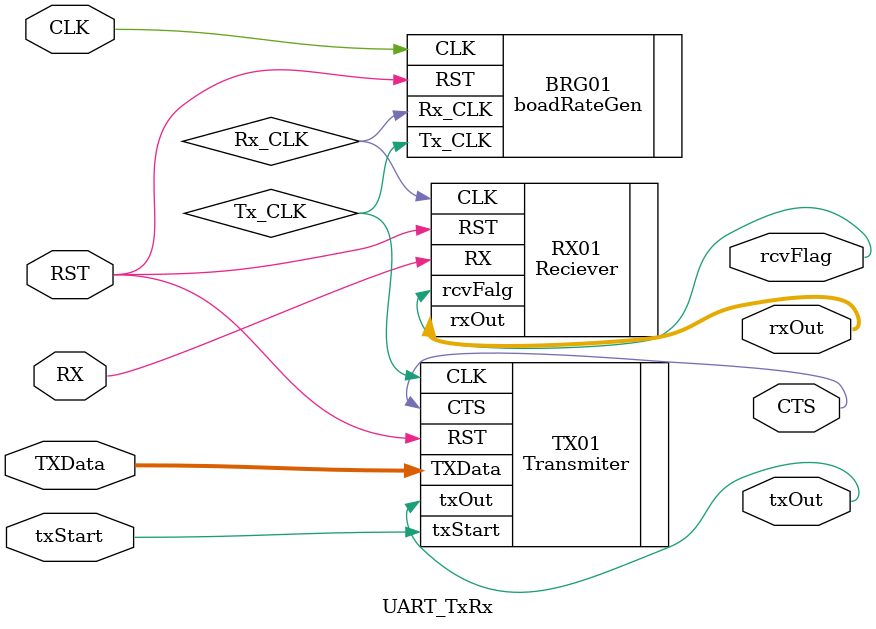
<source format=v>
`timescale 1ns / 1ps


module UART_TxRx #(parameter SYSCLK = 10000000, BAUD = 115200, OSR = 16)
                  (input  CLK, RX, RST,txStart,
                   input  [7 : 0]TXData,
                   output txOut,rcvFlag,CTS,
                   output [7 : 0]rxOut);   
                   
    wire Rx_CLK,Tx_CLK;
    boadRateGen #( .BAUD(9600), .OSR(16)) BRG01 (.CLK(CLK), .RST(RST), .Rx_CLK(Rx_CLK),.Tx_CLK(Tx_CLK));

    Reciever #(.OSR(OSR)) RX01 (.CLK(Rx_CLK),.RST(RST), .RX(RX)  , .rcvFalg(rcvFlag), .rxOut(rxOut));
    Transmiter TX01 (.CLK(Tx_CLK),.RST(RST), .CTS(CTS), .txStart(txStart), .TXData(TXData),.txOut(txOut));
    
endmodule

</source>
